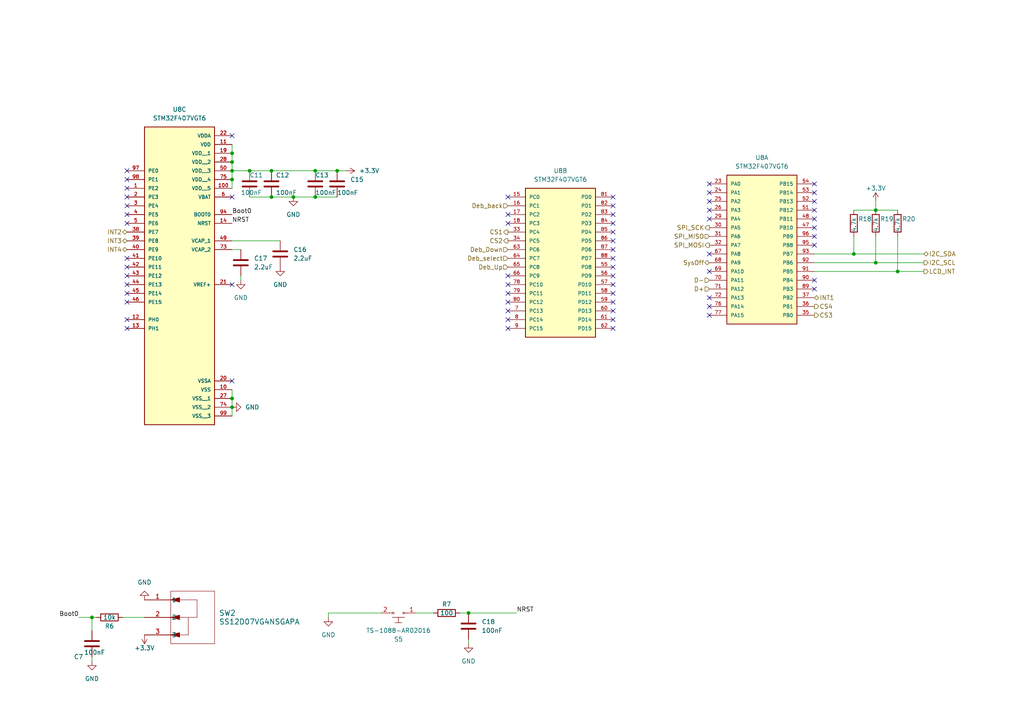
<source format=kicad_sch>
(kicad_sch (version 20230121) (generator eeschema)
  (paper "A4")
  (lib_symbols
    (symbol "2024-05-28_19-32-11:SS12D07VG4NSGAPA" (pin_names (offset 0.254))
      (property "Reference" "SW" (at 15.24 7.62 0))
      (property "Value" "SS12D07VG4NSGAPA" (at 20.32 5.08 0))
      (symbol "SS12D07VG4NSGAPA_0_1"
        (polyline (pts (xy 7.62 -12.7) (xy 20.32 -12.7)) (stroke (width 0.127)))
        (polyline (pts (xy 7.62 -10.16) (xy 10.16 -9.525)) (stroke (width 0.127)))
        (polyline (pts (xy 7.62 -5.08) (xy 10.16 -4.445)) (stroke (width 0.127)))
        (polyline (pts (xy 7.62 -5.08) (xy 15.24 -5.08)) (stroke (width 0.127)))
        (polyline (pts (xy 7.62 0) (xy 10.16 0.635)) (stroke (width 0.127)))
        (polyline (pts (xy 7.62 0) (xy 15.24 0)) (stroke (width 0.127)))
        (polyline (pts (xy 7.62 2.54) (xy 7.62 -12.7)) (stroke (width 0.127)))
        (polyline (pts (xy 10.16 -10.795) (xy 7.62 -10.16)) (stroke (width 0.127)))
        (polyline (pts (xy 10.16 -9.525) (xy 10.16 -10.795)) (stroke (width 0.127)))
        (polyline (pts (xy 10.16 -5.715) (xy 7.62 -5.08)) (stroke (width 0.127)))
        (polyline (pts (xy 10.16 -4.445) (xy 10.16 -5.715)) (stroke (width 0.127)))
        (polyline (pts (xy 10.16 -0.635) (xy 7.62 0)) (stroke (width 0.127)))
        (polyline (pts (xy 10.16 0.635) (xy 10.16 -0.635)) (stroke (width 0.127)))
        (polyline (pts (xy 12.7 -10.16) (xy 7.62 -10.16)) (stroke (width 0.127)))
        (polyline (pts (xy 12.7 -5.08) (xy 12.7 -10.16)) (stroke (width 0.127)))
        (polyline (pts (xy 15.24 0) (xy 15.24 -5.08)) (stroke (width 0.127)))
        (polyline (pts (xy 20.32 -12.7) (xy 20.32 2.54)) (stroke (width 0.127)))
        (polyline (pts (xy 20.32 2.54) (xy 7.62 2.54)) (stroke (width 0.127)))
        (polyline (pts (xy 7.62 -10.16) (xy 10.16 -9.525) (xy 10.16 -10.795)) (fill (type outline)))
        (polyline (pts (xy 7.62 -5.08) (xy 10.16 -4.445) (xy 10.16 -5.715)) (fill (type outline)))
        (polyline (pts (xy 7.62 0) (xy 10.16 0.635) (xy 10.16 -0.635)) (fill (type outline)))
        (pin unspecified line (at 0 0 0) (length 7.62) (name "1") (number "1"))
        (pin unspecified line (at 0 -5.08 0) (length 7.62) (name "2") (number "2"))
        (pin unspecified line (at 0 -10.16 0) (length 7.62) (name "3") (number "3"))
      )
    )
    (symbol "Device:C" (pin_numbers hide) (pin_names (offset 0.254))
      (property "Reference" "C" (at 0.635 2.54 0))
      (property "Value" "C" (at 0.635 -2.54 0))
      (symbol "C_0_1"
        (polyline (pts (xy -2.032 -0.762) (xy 2.032 -0.762)) (stroke (width 0.508)))
        (polyline (pts (xy -2.032 0.762) (xy 2.032 0.762)) (stroke (width 0.508)))
      )
      (symbol "C_1_1"
        (pin passive line (at 0 3.81 270) (length 2.794) (name "~") (number "1"))
        (pin passive line (at 0 -3.81 90) (length 2.794) (name "~") (number "2"))
      )
    )
    (symbol "Device:R" (pin_numbers hide) (pin_names (offset 0))
      (property "Reference" "R" (at 2.032 0 90))
      (property "Value" "R" (at 0 0 90))
      (symbol "R_0_1"
        (rectangle (start -1.016 -2.54) (end 1.016 2.54) (stroke (width 0.254)))
      )
      (symbol "R_1_1"
        (pin passive line (at 0 3.81 270) (length 1.27) (name "~") (number "1"))
        (pin passive line (at 0 -3.81 90) (length 1.27) (name "~") (number "2"))
      )
    )
    (symbol "STM32F407VGT6:STM32F407VGT6" (pin_names (offset 1.016))
      (property "Reference" "U" (at -10.1624 22.888 0))
      (property "Value" "STM32F407VGT6" (at -10.172 -22.953 0))
      (symbol "STM32F407VGT6_1_0"
        (rectangle (start -10.16 -20.32) (end 10.16 22.86) (stroke (width 0.254)) (fill (type background)))
        (pin bidirectional line (at -15.24 20.32 0) (length 5.08) (name "PA0") (number "23"))
        (pin bidirectional line (at -15.24 17.78 0) (length 5.08) (name "PA1") (number "24"))
        (pin bidirectional line (at -15.24 15.24 0) (length 5.08) (name "PA2") (number "25"))
        (pin bidirectional line (at -15.24 12.7 0) (length 5.08) (name "PA3") (number "26"))
        (pin bidirectional line (at -15.24 10.16 0) (length 5.08) (name "PA4") (number "29"))
        (pin bidirectional line (at -15.24 7.62 0) (length 5.08) (name "PA5") (number "30"))
        (pin bidirectional line (at -15.24 5.08 0) (length 5.08) (name "PA6") (number "31"))
        (pin bidirectional line (at -15.24 2.54 0) (length 5.08) (name "PA7") (number "32"))
        (pin bidirectional line (at 15.24 -17.78 180) (length 5.08) (name "PB0") (number "35"))
        (pin bidirectional line (at 15.24 -15.24 180) (length 5.08) (name "PB1") (number "36"))
        (pin bidirectional line (at 15.24 -12.7 180) (length 5.08) (name "PB2") (number "37"))
        (pin bidirectional line (at 15.24 7.62 180) (length 5.08) (name "PB10") (number "47"))
        (pin bidirectional line (at 15.24 10.16 180) (length 5.08) (name "PB11") (number "48"))
        (pin bidirectional line (at 15.24 12.7 180) (length 5.08) (name "PB12") (number "51"))
        (pin bidirectional line (at 15.24 15.24 180) (length 5.08) (name "PB13") (number "52"))
        (pin bidirectional line (at 15.24 17.78 180) (length 5.08) (name "PB14") (number "53"))
        (pin bidirectional line (at 15.24 20.32 180) (length 5.08) (name "PB15") (number "54"))
        (pin bidirectional line (at -15.24 0 0) (length 5.08) (name "PA8") (number "67"))
        (pin bidirectional line (at -15.24 -2.54 0) (length 5.08) (name "PA9") (number "68"))
        (pin bidirectional line (at -15.24 -5.08 0) (length 5.08) (name "PA10") (number "69"))
        (pin bidirectional line (at -15.24 -7.62 0) (length 5.08) (name "PA11") (number "70"))
        (pin bidirectional line (at -15.24 -10.16 0) (length 5.08) (name "PA12") (number "71"))
        (pin bidirectional line (at -15.24 -12.7 0) (length 5.08) (name "PA13") (number "72"))
        (pin bidirectional line (at -15.24 -15.24 0) (length 5.08) (name "PA14") (number "76"))
        (pin bidirectional line (at -15.24 -17.78 0) (length 5.08) (name "PA15") (number "77"))
        (pin bidirectional line (at 15.24 -10.16 180) (length 5.08) (name "PB3") (number "89"))
        (pin bidirectional line (at 15.24 -7.62 180) (length 5.08) (name "PB4") (number "90"))
        (pin bidirectional line (at 15.24 -5.08 180) (length 5.08) (name "PB5") (number "91"))
        (pin bidirectional line (at 15.24 -2.54 180) (length 5.08) (name "PB6") (number "92"))
        (pin bidirectional line (at 15.24 0 180) (length 5.08) (name "PB7") (number "93"))
        (pin bidirectional line (at 15.24 2.54 180) (length 5.08) (name "PB8") (number "95"))
        (pin bidirectional line (at 15.24 5.08 180) (length 5.08) (name "PB9") (number "96"))
      )
      (symbol "STM32F407VGT6_2_0"
        (rectangle (start -10.16 -20.32) (end 10.16 22.86) (stroke (width 0.254)) (fill (type background)))
        (pin bidirectional line (at -15.24 20.32 0) (length 5.08) (name "PC0") (number "15"))
        (pin bidirectional line (at -15.24 17.78 0) (length 5.08) (name "PC1") (number "16"))
        (pin bidirectional line (at -15.24 15.24 0) (length 5.08) (name "PC2") (number "17"))
        (pin bidirectional line (at -15.24 12.7 0) (length 5.08) (name "PC3") (number "18"))
        (pin bidirectional line (at -15.24 10.16 0) (length 5.08) (name "PC4") (number "33"))
        (pin bidirectional line (at -15.24 7.62 0) (length 5.08) (name "PC5") (number "34"))
        (pin bidirectional line (at 15.24 0 180) (length 5.08) (name "PD8") (number "55"))
        (pin bidirectional line (at 15.24 -2.54 180) (length 5.08) (name "PD9") (number "56"))
        (pin bidirectional line (at 15.24 -5.08 180) (length 5.08) (name "PD10") (number "57"))
        (pin bidirectional line (at 15.24 -7.62 180) (length 5.08) (name "PD11") (number "58"))
        (pin bidirectional line (at 15.24 -10.16 180) (length 5.08) (name "PD12") (number "59"))
        (pin bidirectional line (at 15.24 -12.7 180) (length 5.08) (name "PD13") (number "60"))
        (pin bidirectional line (at 15.24 -15.24 180) (length 5.08) (name "PD14") (number "61"))
        (pin bidirectional line (at 15.24 -17.78 180) (length 5.08) (name "PD15") (number "62"))
        (pin bidirectional line (at -15.24 5.08 0) (length 5.08) (name "PC6") (number "63"))
        (pin bidirectional line (at -15.24 2.54 0) (length 5.08) (name "PC7") (number "64"))
        (pin bidirectional line (at -15.24 0 0) (length 5.08) (name "PC8") (number "65"))
        (pin bidirectional line (at -15.24 -2.54 0) (length 5.08) (name "PC9") (number "66"))
        (pin bidirectional line (at -15.24 -12.7 0) (length 5.08) (name "PC13") (number "7"))
        (pin bidirectional line (at -15.24 -5.08 0) (length 5.08) (name "PC10") (number "78"))
        (pin bidirectional line (at -15.24 -7.62 0) (length 5.08) (name "PC11") (number "79"))
        (pin bidirectional line (at -15.24 -15.24 0) (length 5.08) (name "PC14") (number "8"))
        (pin bidirectional line (at -15.24 -10.16 0) (length 5.08) (name "PC12") (number "80"))
        (pin bidirectional line (at 15.24 20.32 180) (length 5.08) (name "PD0") (number "81"))
        (pin bidirectional line (at 15.24 17.78 180) (length 5.08) (name "PD1") (number "82"))
        (pin bidirectional line (at 15.24 15.24 180) (length 5.08) (name "PD2") (number "83"))
        (pin bidirectional line (at 15.24 12.7 180) (length 5.08) (name "PD3") (number "84"))
        (pin bidirectional line (at 15.24 10.16 180) (length 5.08) (name "PD4") (number "85"))
        (pin bidirectional line (at 15.24 7.62 180) (length 5.08) (name "PD5") (number "86"))
        (pin bidirectional line (at 15.24 5.08 180) (length 5.08) (name "PD6") (number "87"))
        (pin bidirectional line (at 15.24 2.54 180) (length 5.08) (name "PD7") (number "88"))
        (pin bidirectional line (at -15.24 -17.78 0) (length 5.08) (name "PC15") (number "9"))
      )
      (symbol "STM32F407VGT6_3_0"
        (rectangle (start -10.16 -53.34) (end 10.16 33.02) (stroke (width 0.254)) (fill (type background)))
        (pin bidirectional line (at -15.24 15.24 0) (length 5.08) (name "PE2") (number "1"))
        (pin power_in line (at 15.24 -43.18 180) (length 5.08) (name "VSS") (number "10"))
        (pin power_in line (at 15.24 15.24 180) (length 5.08) (name "VDD__5") (number "100"))
        (pin power_in line (at 15.24 27.94 180) (length 5.08) (name "VDD") (number "11"))
        (pin bidirectional line (at -15.24 -22.86 0) (length 5.08) (name "PH0") (number "12"))
        (pin bidirectional line (at -15.24 -25.4 0) (length 5.08) (name "PH1") (number "13"))
        (pin bidirectional line (at 15.24 5.08 180) (length 5.08) (name "NRST") (number "14"))
        (pin power_in line (at 15.24 25.4 180) (length 5.08) (name "VDD__1") (number "19"))
        (pin bidirectional line (at -15.24 12.7 0) (length 5.08) (name "PE3") (number "2"))
        (pin power_in line (at 15.24 -40.64 180) (length 5.08) (name "VSSA") (number "20"))
        (pin power_in line (at 15.24 -12.7 180) (length 5.08) (name "VREF+") (number "21"))
        (pin power_in line (at 15.24 30.48 180) (length 5.08) (name "VDDA") (number "22"))
        (pin power_in line (at 15.24 -45.72 180) (length 5.08) (name "VSS__1") (number "27"))
        (pin power_in line (at 15.24 22.86 180) (length 5.08) (name "VDD__2") (number "28"))
        (pin bidirectional line (at -15.24 10.16 0) (length 5.08) (name "PE4") (number "3"))
        (pin bidirectional line (at -15.24 2.54 0) (length 5.08) (name "PE7") (number "38"))
        (pin bidirectional line (at -15.24 0 0) (length 5.08) (name "PE8") (number "39"))
        (pin bidirectional line (at -15.24 7.62 0) (length 5.08) (name "PE5") (number "4"))
        (pin bidirectional line (at -15.24 -2.54 0) (length 5.08) (name "PE9") (number "40"))
        (pin bidirectional line (at -15.24 -5.08 0) (length 5.08) (name "PE10") (number "41"))
        (pin bidirectional line (at -15.24 -7.62 0) (length 5.08) (name "PE11") (number "42"))
        (pin bidirectional line (at -15.24 -10.16 0) (length 5.08) (name "PE12") (number "43"))
        (pin bidirectional line (at -15.24 -12.7 0) (length 5.08) (name "PE13") (number "44"))
        (pin bidirectional line (at -15.24 -15.24 0) (length 5.08) (name "PE14") (number "45"))
        (pin bidirectional line (at -15.24 -17.78 0) (length 5.08) (name "PE15") (number "46"))
        (pin passive line (at 15.24 0 180) (length 5.08) (name "VCAP_1") (number "49"))
        (pin bidirectional line (at -15.24 5.08 0) (length 5.08) (name "PE6") (number "5"))
        (pin power_in line (at 15.24 20.32 180) (length 5.08) (name "VDD__3") (number "50"))
        (pin power_in line (at 15.24 12.7 180) (length 5.08) (name "VBAT") (number "6"))
        (pin passive line (at 15.24 -2.54 180) (length 5.08) (name "VCAP_2") (number "73"))
        (pin power_in line (at 15.24 -48.26 180) (length 5.08) (name "VSS__2") (number "74"))
        (pin power_in line (at 15.24 17.78 180) (length 5.08) (name "VDD__4") (number "75"))
        (pin input line (at 15.24 7.62 180) (length 5.08) (name "BOOT0") (number "94"))
        (pin bidirectional line (at -15.24 20.32 0) (length 5.08) (name "PE0") (number "97"))
        (pin bidirectional line (at -15.24 17.78 0) (length 5.08) (name "PE1") (number "98"))
        (pin power_in line (at 15.24 -50.8 180) (length 5.08) (name "VSS__3") (number "99"))
      )
    )
    (symbol "dk_Pushbutton-Switches:GPTS203211B" (pin_names (offset 1.016))
      (property "Reference" "S" (at -3.81 3.81 0))
      (property "Value" "GPTS203211B" (at 0 -2.54 0))
      (symbol "GPTS203211B_0_1"
        (circle (center -1.524 0) (radius 0.254))
        (polyline (pts (xy -2.54 0) (xy -1.778 0)))
        (polyline (pts (xy -1.778 1.27) (xy 1.778 1.27)))
        (polyline (pts (xy -1.016 2.794) (xy 1.016 2.794)))
        (polyline (pts (xy 0 1.27) (xy 0 2.794)))
        (polyline (pts (xy 2.54 0) (xy 1.778 0)))
        (circle (center 1.524 0) (radius 0.254))
      )
      (symbol "GPTS203211B_1_1"
        (pin passive line (at -5.08 0 0) (length 2.54) (name "~") (number "1"))
        (pin passive line (at 5.08 0 180) (length 2.54) (name "~") (number "2"))
      )
    )
    (symbol "power:+3.3V" (power) (pin_names (offset 0))
      (property "Value" "+3.3V" (at 0 3.556 0))
      (symbol "+3.3V_0_1"
        (polyline (pts (xy -0.762 1.27) (xy 0 2.54)))
        (polyline (pts (xy 0 0) (xy 0 2.54)))
        (polyline (pts (xy 0 2.54) (xy 0.762 1.27)))
      )
      (symbol "+3.3V_1_1"
        (pin power_in line (at 0 0 90) (length 0) hide (name "+3.3V") (number "1"))
      )
    )
    (symbol "power:GND" (power) (pin_names (offset 0))
      (property "Value" "GND" (at 0 -3.81 0))
      (symbol "GND_0_1"
        (polyline (pts (xy 0 0) (xy 0 -1.27) (xy 1.27 -1.27) (xy 0 -2.54) (xy -1.27 -1.27) (xy 0 -1.27)))
      )
      (symbol "GND_1_1"
        (pin power_in line (at 0 0 270) (length 0) hide (name "GND") (number "1"))
      )
    )
  )
  (junction (at 67.31 46.99))
  (junction (at 135.89 177.8))
  (junction (at 67.31 44.45))
  (junction (at 26.67 179.07))
  (junction (at 78.74 49.53))
  (junction (at 67.31 49.53))
  (junction (at 97.79 49.53))
  (junction (at 91.44 49.53))
  (junction (at 67.31 52.07))
  (junction (at 254 76.2))
  (junction (at 85.09 57.15))
  (junction (at 67.31 118.11))
  (junction (at 91.44 57.15))
  (junction (at 260.35 78.74))
  (junction (at 78.74 57.15))
  (junction (at 254 60.96))
  (junction (at 72.39 49.53))
  (junction (at 67.31 115.57))
  (junction (at 247.65 73.66))
  (no_connect (at 205.74 91.44))
  (no_connect (at 36.83 64.77))
  (no_connect (at 36.83 92.71))
  (no_connect (at 177.8 67.31))
  (no_connect (at 147.32 90.17))
  (no_connect (at 177.8 82.55))
  (no_connect (at 36.83 52.07))
  (no_connect (at 67.31 82.55))
  (no_connect (at 177.8 85.09))
  (no_connect (at 205.74 88.9))
  (no_connect (at 236.22 55.88))
  (no_connect (at 205.74 78.74))
  (no_connect (at 236.22 81.28))
  (no_connect (at 177.8 80.01))
  (no_connect (at 177.8 95.25))
  (no_connect (at 177.8 69.85))
  (no_connect (at 205.74 58.42))
  (no_connect (at 205.74 60.96))
  (no_connect (at 36.83 80.01))
  (no_connect (at 36.83 49.53))
  (no_connect (at 36.83 95.25))
  (no_connect (at 236.22 66.04))
  (no_connect (at 147.32 92.71))
  (no_connect (at 205.74 86.36))
  (no_connect (at 177.8 77.47))
  (no_connect (at 205.74 53.34))
  (no_connect (at 205.74 55.88))
  (no_connect (at 36.83 57.15))
  (no_connect (at 147.32 95.25))
  (no_connect (at 177.8 64.77))
  (no_connect (at 36.83 85.09))
  (no_connect (at 205.74 73.66))
  (no_connect (at 36.83 54.61))
  (no_connect (at 67.31 57.15))
  (no_connect (at 36.83 77.47))
  (no_connect (at 36.83 87.63))
  (no_connect (at 147.32 87.63))
  (no_connect (at 67.31 110.49))
  (no_connect (at 177.8 59.69))
  (no_connect (at 36.83 62.23))
  (no_connect (at 67.31 39.37))
  (no_connect (at 147.32 57.15))
  (no_connect (at 177.8 74.93))
  (no_connect (at 236.22 53.34))
  (no_connect (at 236.22 83.82))
  (no_connect (at 177.8 72.39))
  (no_connect (at 147.32 80.01))
  (no_connect (at 205.74 63.5))
  (no_connect (at 147.32 82.55))
  (no_connect (at 236.22 58.42))
  (no_connect (at 236.22 68.58))
  (no_connect (at 236.22 71.12))
  (no_connect (at 177.8 62.23))
  (no_connect (at 147.32 62.23))
  (no_connect (at 36.83 82.55))
  (no_connect (at 236.22 63.5))
  (no_connect (at 147.32 64.77))
  (no_connect (at 177.8 57.15))
  (no_connect (at 36.83 59.69))
  (no_connect (at 147.32 85.09))
  (no_connect (at 177.8 92.71))
  (no_connect (at 177.8 87.63))
  (no_connect (at 177.8 90.17))
  (no_connect (at 36.83 74.93))
  (no_connect (at 236.22 60.96))
  (wire (pts (xy 247.65 73.66) (xy 236.22 73.66)))
  (wire (pts (xy 26.67 179.07) (xy 27.94 179.07)))
  (wire (pts (xy 247.65 68.58) (xy 247.65 73.66)))
  (wire (pts (xy 67.31 46.99) (xy 67.31 49.53)))
  (wire (pts (xy 254 68.58) (xy 254 76.2)))
  (wire (pts (xy 267.97 73.66) (xy 247.65 73.66)))
  (wire (pts (xy 26.67 191.77) (xy 26.67 190.5)))
  (wire (pts (xy 26.67 179.07) (xy 26.67 182.88)))
  (wire (pts (xy 91.44 49.53) (xy 97.79 49.53)))
  (wire (pts (xy 110.49 177.8) (xy 95.25 177.8)))
  (wire (pts (xy 91.44 57.15) (xy 97.79 57.15)))
  (wire (pts (xy 135.89 185.42) (xy 135.89 186.69)))
  (wire (pts (xy 97.79 49.53) (xy 100.33 49.53)))
  (wire (pts (xy 78.74 49.53) (xy 91.44 49.53)))
  (wire (pts (xy 67.31 44.45) (xy 67.31 46.99)))
  (wire (pts (xy 22.86 179.07) (xy 26.67 179.07)))
  (wire (pts (xy 260.35 68.58) (xy 260.35 78.74)))
  (wire (pts (xy 120.65 177.8) (xy 125.73 177.8)))
  (wire (pts (xy 78.74 57.15) (xy 85.09 57.15)))
  (wire (pts (xy 67.31 41.91) (xy 67.31 44.45)))
  (wire (pts (xy 95.25 177.8) (xy 95.25 179.07)))
  (wire (pts (xy 133.35 177.8) (xy 135.89 177.8)))
  (wire (pts (xy 254 60.96) (xy 260.35 60.96)))
  (wire (pts (xy 267.97 78.74) (xy 260.35 78.74)))
  (wire (pts (xy 254 76.2) (xy 236.22 76.2)))
  (wire (pts (xy 67.31 115.57) (xy 67.31 118.11)))
  (wire (pts (xy 69.85 80.01) (xy 69.85 81.28)))
  (wire (pts (xy 72.39 57.15) (xy 78.74 57.15)))
  (wire (pts (xy 85.09 57.15) (xy 91.44 57.15)))
  (wire (pts (xy 247.65 60.96) (xy 254 60.96)))
  (wire (pts (xy 35.56 179.07) (xy 41.91 179.07)))
  (wire (pts (xy 67.31 113.03) (xy 67.31 115.57)))
  (wire (pts (xy 67.31 52.07) (xy 67.31 54.61)))
  (wire (pts (xy 260.35 78.74) (xy 236.22 78.74)))
  (wire (pts (xy 254 58.42) (xy 254 60.96)))
  (wire (pts (xy 67.31 118.11) (xy 67.31 120.65)))
  (wire (pts (xy 67.31 69.85) (xy 81.28 69.85)))
  (wire (pts (xy 67.31 49.53) (xy 72.39 49.53)))
  (wire (pts (xy 67.31 49.53) (xy 67.31 52.07)))
  (wire (pts (xy 72.39 49.53) (xy 78.74 49.53)))
  (wire (pts (xy 267.97 76.2) (xy 254 76.2)))
  (wire (pts (xy 135.89 177.8) (xy 149.86 177.8)))
  (wire (pts (xy 67.31 72.39) (xy 69.85 72.39)))
  (label "Boot0" (at 22.86 179.07 180))
  (label "Boot0" (at 67.31 62.23 0))
  (label "NRST" (at 149.86 177.8 0))
  (label "NRST" (at 67.31 64.77 0))
  (hierarchical_label "SPI_MISO" (shape input) (at 205.74 68.58 180))
  (hierarchical_label "CS1" (shape output) (at 147.32 67.31 180))
  (hierarchical_label "Deb_Down" (shape input) (at 147.32 72.39 180))
  (hierarchical_label "D+" (shape input) (at 205.74 83.82 180))
  (hierarchical_label "INT3" (shape bidirectional) (at 36.83 69.85 180))
  (hierarchical_label "Deb_Up" (shape input) (at 147.32 77.47 180))
  (hierarchical_label "D-" (shape input) (at 205.74 81.28 180))
  (hierarchical_label "SPI_MOSI" (shape output) (at 205.74 71.12 180))
  (hierarchical_label "CS4" (shape output) (at 236.22 88.9 0))
  (hierarchical_label "Deb_back" (shape input) (at 147.32 59.69 180))
  (hierarchical_label "CS3" (shape output) (at 236.22 91.44 0))
  (hierarchical_label "CS2" (shape output) (at 147.32 69.85 180))
  (hierarchical_label "I2C_SDA" (shape bidirectional) (at 267.97 73.66 0))
  (hierarchical_label "LCD_INT" (shape output) (at 267.97 78.74 0))
  (hierarchical_label "SPI_SCK" (shape output) (at 205.74 66.04 180))
  (hierarchical_label "INT1" (shape bidirectional) (at 236.22 86.36 0))
  (hierarchical_label "Deb_select" (shape input) (at 147.32 74.93 180))
  (hierarchical_label "I2C_SCL" (shape output) (at 267.97 76.2 0))
  (hierarchical_label "INT2" (shape bidirectional) (at 36.83 67.31 180))
  (hierarchical_label "INT4" (shape bidirectional) (at 36.83 72.39 180))
  (hierarchical_label "SysOff" (shape bidirectional) (at 205.74 76.2 180))
  (symbol (lib_id "Device:C") (at 81.28 73.66 0) (unit 1)
    (property "Reference" "C16" (at 85.09 72.39 0) (effects (justify left)))
    (property "Value" "2.2uF" (at 85.09 74.93 0) (effects (justify left)))
    (property "Footprint" "Capacitor_SMD:C_0402_1005Metric" (effects hide))
  )
  (symbol (lib_id "power:+3.3V") (at 41.91 184.15 180) (unit 1)
    (property "Reference" "#PWR024" (effects hide))
    (property "Value" "+3.3V" (at 41.91 187.96 0))
    (instances (project "Motor Programmer Rev. 2" (path "" (reference "#PWR024") (unit 1)) (path "" (reference "#PWR09") (unit 1))) (project "ESP32_S2_SOLO_N4 Kicad Reference Design" (path "" (reference "#PWR03") (unit 1))) (project "esp32" (path "" (reference "#PWR05") (unit 1))))
  )
  (symbol (lib_id "Device:R") (at 129.54 177.8 90) (unit 1)
    (property "Reference" "R7" (at 129.54 175.26 90))
    (property "Value" "100" (at 129.54 177.8 90))
    (property "Footprint" "Resistor_SMD:R_0402_1005Metric" (effects hide))
    (instances (project "Motor Programmer Rev. 2" (path "" (reference "R7") (unit 1)) (path "" (reference "R16") (unit 1))))
  )
  (symbol (lib_id "power:GND") (at 85.09 57.15 0) (unit 1)
    (property "Reference" "#PWR053" (effects hide))
    (property "Value" "GND" (at 85.09 62.23 0))
  )
  (symbol (lib_id "Device:C") (at 97.79 53.34 0) (unit 1)
    (property "Reference" "C15" (at 101.6 52.07 0) (effects (justify left)))
    (property "Value" "100nF" (at 97.79 55.88 0) (effects (justify left)))
    (property "Footprint" "Capacitor_SMD:C_0402_1005Metric" (effects hide))
  )
  (symbol (lib_id "Device:C") (at 72.39 53.34 0) (unit 1)
    (property "Reference" "C11" (at 72.39 50.8 0) (effects (justify left)))
    (property "Value" "100nF" (at 69.85 55.88 0) (effects (justify left)))
    (property "Footprint" "Capacitor_SMD:C_0402_1005Metric" (effects hide))
  )
  (symbol (lib_id "STM32F407VGT6:STM32F407VGT6") (at 220.98 73.66 0) (unit 1)
    (property "Reference" "U8" (at 220.98 45.72 0))
    (property "Value" "STM32F407VGT6" (at 220.98 48.26 0))
    (property "Footprint" "revparts2:QFP50P1600X1600X160-100N" (effects hide))
    (property "PARTREV" "8" (effects hide))
    (property "STANDARD" "IPC7351B" (effects hide))
    (property "MAXIMUM_PACKAGE_HEIGHT" "1.6mm" (effects hide))
    (property "MANUFACTURER" "ST Microelectronics" (effects hide))
  )
  (symbol (lib_id "dk_Pushbutton-Switches:GPTS203211B") (at 115.57 177.8 180) (unit 1)
    (property "Reference" "S5" (at 115.57 185.42 0))
    (property "Value" "TS-1088-AR02016" (at 115.57 182.88 0))
    (property "Footprint" "revparts2:TS-1088-AR02016" (effects hide))
    (property "Datasheet" "http://switches-connectors-custom.cwind.com/Asset/GPTS203211BR2.pdf" (effects hide))
    (property "Digi-Key_PN" "CW181-ND" (effects hide))
    (property "MPN" "GPTS203211B" (effects hide))
    (property "Category" "Switches" (effects hide))
    (property "Family" "Pushbutton Switches" (effects hide))
    (property "DK_Datasheet_Link" "http://switches-connectors-custom.cwind.com/Asset/GPTS203211BR2.pdf" (effects hide))
    (property "DK_Detail_Page" "/product-detail/en/cw-industries/GPTS203211B/CW181-ND/3190590" (effects hide))
    (property "Description" "SWITCH PUSHBUTTON SPST 1A 30V" (effects hide))
    (property "Manufacturer" "CW Industries" (effects hide))
    (property "Status" "Active" (effects hide))
    (instances (project "Motor Programmer Rev. 2" (path "" (reference "S5") (unit 1)) (path "" (reference "S10") (unit 1))))
  )
  (symbol (lib_id "Device:R") (at 260.35 64.77 0) (unit 1)
    (property "Reference" "R20" (at 261.62 63.5 0) (effects (justify left)))
    (property "Value" "4.7k" (at 260.35 67.31 90) (effects (justify left)))
    (property "Footprint" "Resistor_SMD:R_0402_1005Metric" (effects hide))
  )
  (symbol (lib_id "power:GND") (at 67.31 118.11 90) (unit 1)
    (property "Reference" "#PWR057" (effects hide))
    (property "Value" "GND" (at 71.12 118.11 90) (effects (justify right)))
  )
  (symbol (lib_id "power:GND") (at 26.67 191.77 0) (unit 1)
    (property "Reference" "#PWR026" (effects hide))
    (property "Value" "GND" (at 26.67 196.85 0))
    (instances (project "Motor Programmer Rev. 2" (path "" (reference "#PWR026") (unit 1)) (path "" (reference "#PWR042") (unit 1))))
  )
  (symbol (lib_id "power:+3.3V") (at 100.33 49.53 270) (unit 1)
    (property "Reference" "#PWR048" (effects hide))
    (property "Value" "+3.3V" (at 104.14 49.53 90) (effects (justify left)))
  )
  (symbol (lib_id "power:GND") (at 135.89 186.69 0) (unit 1)
    (property "Reference" "#PWR028" (effects hide))
    (property "Value" "GND" (at 135.89 191.77 0))
    (instances (project "Motor Programmer Rev. 2" (path "" (reference "#PWR028") (unit 1)) (path "" (reference "#PWR058") (unit 1))))
  )
  (symbol (lib_id "Device:R") (at 254 64.77 0) (unit 1)
    (property "Reference" "R19" (at 255.27 63.5 0) (effects (justify left)))
    (property "Value" "4.7k" (at 254 67.31 90) (effects (justify left)))
    (property "Footprint" "Resistor_SMD:R_0402_1005Metric" (effects hide))
  )
  (symbol (lib_id "Device:C") (at 135.89 181.61 0) (unit 1)
    (property "Reference" "C18" (at 139.7 180.34 0) (effects (justify left)))
    (property "Value" "100nF" (at 139.7 182.88 0) (effects (justify left)))
    (property "Footprint" "Capacitor_SMD:C_0402_1005Metric" (effects hide))
  )
  (symbol (lib_id "power:GND") (at 69.85 81.28 0) (unit 1)
    (property "Reference" "#PWR055" (effects hide))
    (property "Value" "GND" (at 69.85 86.36 0))
  )
  (symbol (lib_id "Device:C") (at 78.74 53.34 0) (unit 1)
    (property "Reference" "C12" (at 80.01 50.8 0) (effects (justify left)))
    (property "Value" "100nF" (at 80.01 55.88 0) (effects (justify left)))
    (property "Footprint" "Capacitor_SMD:C_0402_1005Metric" (effects hide))
  )
  (symbol (lib_id "power:GND") (at 41.91 173.99 180) (unit 1)
    (property "Reference" "#PWR025" (effects hide))
    (property "Value" "GND" (at 41.91 168.91 0))
    (instances (project "Motor Programmer Rev. 2" (path "" (reference "#PWR025") (unit 1)) (path "" (reference "#PWR08") (unit 1))))
  )
  (symbol (lib_id "Device:R") (at 31.75 179.07 270) (unit 1)
    (property "Reference" "R6" (at 31.75 181.61 90))
    (property "Value" "10k" (at 31.75 179.07 90))
    (property "Footprint" "Resistor_SMD:R_0402_1005Metric" (effects hide))
    (instances (project "Motor Programmer Rev. 2" (path "" (reference "R6") (unit 1)) (path "" (reference "R8") (unit 1))))
  )
  (symbol (lib_id "Device:C") (at 69.85 76.2 0) (unit 1)
    (property "Reference" "C17" (at 73.66 74.93 0) (effects (justify left)))
    (property "Value" "2.2uF" (at 73.66 77.47 0) (effects (justify left)))
    (property "Footprint" "Capacitor_SMD:C_0402_1005Metric" (effects hide))
  )
  (symbol (lib_id "Device:R") (at 247.65 64.77 0) (unit 1)
    (property "Reference" "R18" (at 248.92 63.5 0) (effects (justify left)))
    (property "Value" "4.7k" (at 247.65 67.31 90) (effects (justify left)))
    (property "Footprint" "Resistor_SMD:R_0402_1005Metric" (effects hide))
  )
  (symbol (lib_id "Device:C") (at 26.67 186.69 180) (unit 1)
    (property "Reference" "C7" (at 24.13 190.5 0) (effects (justify left)))
    (property "Value" "100nF" (at 30.48 189.23 0) (effects (justify left)))
    (property "Footprint" "Capacitor_SMD:C_0402_1005Metric" (effects hide))
  )
  (symbol (lib_id "power:+3.3V") (at 254 58.42 0) (unit 1)
    (property "Reference" "#PWR024" (effects hide))
    (property "Value" "+3.3V" (at 254 54.61 0))
    (instances (project "Motor Programmer Rev. 2" (path "" (reference "#PWR024") (unit 1)) (path "" (reference "#PWR056") (unit 1))) (project "ESP32_S2_SOLO_N4 Kicad Reference Design" (path "" (reference "#PWR03") (unit 1))) (project "esp32" (path "" (reference "#PWR05") (unit 1))))
  )
  (symbol (lib_id "STM32F407VGT6:STM32F407VGT6") (at 162.56 77.47 0) (unit 2)
    (property "Reference" "U8" (at 162.56 49.53 0))
    (property "Value" "STM32F407VGT6" (at 162.56 52.07 0))
    (property "Footprint" "revparts2:QFP50P1600X1600X160-100N" (effects hide))
    (property "PARTREV" "8" (effects hide))
    (property "STANDARD" "IPC7351B" (effects hide))
    (property "MAXIMUM_PACKAGE_HEIGHT" "1.6mm" (effects hide))
    (property "MANUFACTURER" "ST Microelectronics" (effects hide))
  )
  (symbol (lib_id "power:GND") (at 81.28 77.47 0) (unit 1)
    (property "Reference" "#PWR054" (effects hide))
    (property "Value" "GND" (at 81.28 82.55 0))
  )
  (symbol (lib_id "2024-05-28_19-32-11:SS12D07VG4NSGAPA") (at 41.91 173.99 0) (unit 1)
    (property "Reference" "SW2" (at 63.5 177.8 0) (effects (font (size 1.524 1.524)) (justify left)))
    (property "Value" "SS12D07VG4NSGAPA" (at 63.5 180.34 0) (effects (font (size 1.524 1.524)) (justify left)))
    (property "Footprint" "revparts2:SS12D07_CNK" (effects hide))
    (property "Datasheet" "SS12D07VG4NSGAPA" (effects hide))
    (instances (project "Motor Programmer Rev. 2" (path "" (reference "SW2") (unit 1)) (path "" (reference "SW1") (unit 1)) (path "" (reference "SW3") (unit 1)) (path "" (reference "SW4") (unit 1)) (path "" (reference "SW5") (unit 1))))
  )
  (symbol (lib_id "STM32F407VGT6:STM32F407VGT6") (at 52.07 69.85 0) (unit 3)
    (property "Reference" "U8" (at 52.07 31.75 0))
    (property "Value" "STM32F407VGT6" (at 52.07 34.29 0))
    (property "Footprint" "revparts2:QFP50P1600X1600X160-100N" (effects hide))
    (property "PARTREV" "8" (effects hide))
    (property "STANDARD" "IPC7351B" (effects hide))
    (property "MAXIMUM_PACKAGE_HEIGHT" "1.6mm" (effects hide))
    (property "MANUFACTURER" "ST Microelectronics" (effects hide))
  )
  (symbol (lib_id "power:GND") (at 95.25 179.07 0) (unit 1)
    (property "Reference" "#PWR027" (effects hide))
    (property "Value" "GND" (at 95.25 184.15 0))
    (instances (project "Motor Programmer Rev. 2" (path "" (reference "#PWR027") (unit 1)) (path "" (reference "#PWR012") (unit 1))))
  )
  (symbol (lib_id "Device:C") (at 91.44 53.34 0) (unit 1)
    (property "Reference" "C13" (at 91.44 50.8 0) (effects (justify left)))
    (property "Value" "100nF" (at 91.44 55.88 0) (effects (justify left)))
    (property "Footprint" "Capacitor_SMD:C_0402_1005Metric" (effects hide))
  )
)
</source>
